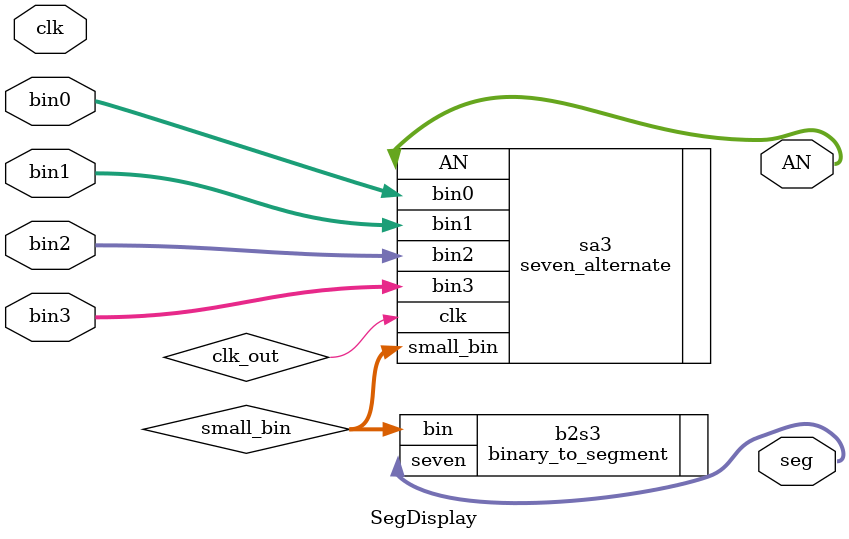
<source format=v>
`timescale 1ns / 1ps
module SegDisplay(output [6:0] seg, output [3:0] AN, input [3:0] bin0, input [3:0] bin1, input [3:0] bin2, input [3:0] bin3, input clk);

	wire[3:0] small_bin;
	seven_alternate sa3(.bin0(bin0), .bin1(bin1), .bin2(bin2), .bin3(bin3), .small_bin(small_bin), .AN(AN), .clk(clk_out));
	
	binary_to_segment b2s3(.bin(small_bin),.seven(seg));

endmodule

</source>
